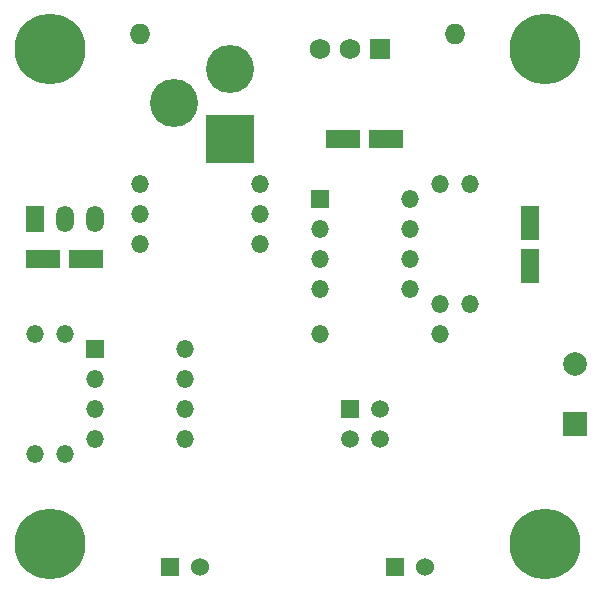
<source format=gts>
G04 (created by PCBNEW (2013-07-07 BZR 4022)-stable) date Wed 10 May 2017 02:19:22 AM CDT*
%MOIN*%
G04 Gerber Fmt 3.4, Leading zero omitted, Abs format*
%FSLAX34Y34*%
G01*
G70*
G90*
G04 APERTURE LIST*
%ADD10C,0.00590551*%
%ADD11R,0.059X0.059*%
%ADD12O,0.059X0.059*%
%ADD13R,0.16X0.16*%
%ADD14C,0.16*%
%ADD15O,0.059X0.0885*%
%ADD16R,0.059X0.0885*%
%ADD17O,0.069X0.069*%
%ADD18C,0.23622*%
%ADD19R,0.069X0.069*%
%ADD20C,0.069*%
%ADD21C,0.059*%
%ADD22R,0.059X0.114*%
%ADD23R,0.114X0.059*%
%ADD24R,0.079X0.079*%
%ADD25C,0.079*%
%ADD26R,0.06X0.06*%
%ADD27C,0.06*%
G04 APERTURE END LIST*
G54D10*
G54D11*
X78000Y-41000D03*
G54D12*
X78000Y-42000D03*
X78000Y-43000D03*
X78000Y-44000D03*
X81000Y-44000D03*
X81000Y-43000D03*
X81000Y-41000D03*
X81000Y-42000D03*
X82000Y-45500D03*
X78000Y-45500D03*
X82000Y-44500D03*
X82000Y-40500D03*
X83000Y-40500D03*
X83000Y-44500D03*
X72000Y-40500D03*
X76000Y-40500D03*
X72000Y-42500D03*
X76000Y-42500D03*
X76000Y-41500D03*
X72000Y-41500D03*
G54D13*
X75000Y-39000D03*
G54D14*
X75000Y-36650D03*
X73150Y-37800D03*
G54D15*
X69500Y-41647D03*
X70500Y-41647D03*
G54D16*
X68500Y-41647D03*
G54D17*
X72000Y-35500D03*
X82500Y-35500D03*
G54D18*
X69000Y-36000D03*
X85500Y-36000D03*
X69000Y-52500D03*
X85500Y-52500D03*
G54D19*
X80000Y-36000D03*
G54D20*
X78000Y-36000D03*
X79000Y-36000D03*
G54D11*
X79000Y-48000D03*
G54D21*
X80000Y-49000D03*
X80000Y-48000D03*
X79000Y-49000D03*
G54D22*
X85000Y-43225D03*
X85000Y-41775D03*
G54D23*
X80225Y-39000D03*
X78775Y-39000D03*
X70225Y-43000D03*
X68775Y-43000D03*
G54D12*
X69500Y-45500D03*
X69500Y-49500D03*
X68500Y-49500D03*
X68500Y-45500D03*
G54D11*
X70500Y-46000D03*
G54D12*
X70500Y-47000D03*
X70500Y-48000D03*
X70500Y-49000D03*
X73500Y-49000D03*
X73500Y-48000D03*
X73500Y-46000D03*
X73500Y-47000D03*
G54D24*
X86500Y-48500D03*
G54D25*
X86500Y-46500D03*
G54D26*
X80500Y-53250D03*
G54D27*
X81500Y-53250D03*
G54D26*
X73000Y-53250D03*
G54D27*
X74000Y-53250D03*
M02*

</source>
